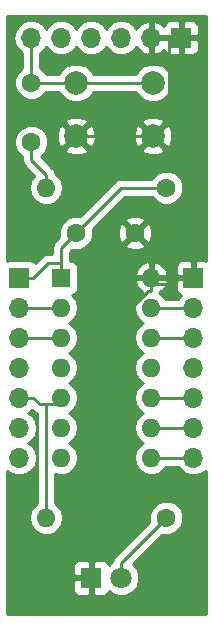
<source format=gbl>
G04 #@! TF.GenerationSoftware,KiCad,Pcbnew,5.0.2+dfsg1-1~bpo9+1*
G04 #@! TF.CreationDate,2019-06-18T09:36:45+01:00*
G04 #@! TF.ProjectId,t84opti,7438346f-7074-4692-9e6b-696361645f70,rev?*
G04 #@! TF.SameCoordinates,Original*
G04 #@! TF.FileFunction,Copper,L2,Bot*
G04 #@! TF.FilePolarity,Positive*
%FSLAX46Y46*%
G04 Gerber Fmt 4.6, Leading zero omitted, Abs format (unit mm)*
G04 Created by KiCad (PCBNEW 5.0.2+dfsg1-1~bpo9+1) date Tue 18 Jun 2019 09:36:45 IST*
%MOMM*%
%LPD*%
G01*
G04 APERTURE LIST*
G04 #@! TA.AperFunction,ComponentPad*
%ADD10C,1.600000*%
G04 #@! TD*
G04 #@! TA.AperFunction,ComponentPad*
%ADD11R,1.800000X1.800000*%
G04 #@! TD*
G04 #@! TA.AperFunction,ComponentPad*
%ADD12C,1.800000*%
G04 #@! TD*
G04 #@! TA.AperFunction,ComponentPad*
%ADD13C,2.000000*%
G04 #@! TD*
G04 #@! TA.AperFunction,ComponentPad*
%ADD14R,1.700000X1.700000*%
G04 #@! TD*
G04 #@! TA.AperFunction,ComponentPad*
%ADD15O,1.700000X1.700000*%
G04 #@! TD*
G04 #@! TA.AperFunction,ComponentPad*
%ADD16R,1.600000X1.600000*%
G04 #@! TD*
G04 #@! TA.AperFunction,ComponentPad*
%ADD17O,1.600000X1.600000*%
G04 #@! TD*
G04 #@! TA.AperFunction,Conductor*
%ADD18C,0.250000*%
G04 #@! TD*
G04 #@! TA.AperFunction,Conductor*
%ADD19C,0.254000*%
G04 #@! TD*
G04 APERTURE END LIST*
D10*
G04 #@! TO.P,C2,1*
G04 #@! TO.N,Net-(C2-Pad1)*
X133350000Y-36830000D03*
G04 #@! TO.P,C2,2*
G04 #@! TO.N,Net-(C2-Pad2)*
X133350000Y-41830000D03*
G04 #@! TD*
G04 #@! TO.P,C1,1*
G04 #@! TO.N,VCC*
X137160000Y-49530000D03*
G04 #@! TO.P,C1,2*
G04 #@! TO.N,GND*
X142160000Y-49530000D03*
G04 #@! TD*
D11*
G04 #@! TO.P,D1,1*
G04 #@! TO.N,GND*
X138430000Y-78740000D03*
D12*
G04 #@! TO.P,D1,2*
G04 #@! TO.N,Net-(D1-Pad2)*
X140970000Y-78740000D03*
G04 #@! TD*
D13*
G04 #@! TO.P,SW1,2*
G04 #@! TO.N,GND*
X137160000Y-41330000D03*
G04 #@! TO.P,SW1,1*
G04 #@! TO.N,Net-(C2-Pad1)*
X137160000Y-36830000D03*
G04 #@! TO.P,SW1,2*
G04 #@! TO.N,GND*
X143660000Y-41330000D03*
G04 #@! TO.P,SW1,1*
G04 #@! TO.N,Net-(C2-Pad1)*
X143660000Y-36830000D03*
G04 #@! TD*
D14*
G04 #@! TO.P,J1,1*
G04 #@! TO.N,GND*
X146050000Y-33020000D03*
D15*
G04 #@! TO.P,J1,2*
X143510000Y-33020000D03*
G04 #@! TO.P,J1,3*
G04 #@! TO.N,VCC*
X140970000Y-33020000D03*
G04 #@! TO.P,J1,4*
G04 #@! TO.N,Net-(J1-Pad4)*
X138430000Y-33020000D03*
G04 #@! TO.P,J1,5*
G04 #@! TO.N,Net-(J1-Pad5)*
X135890000Y-33020000D03*
G04 #@! TO.P,J1,6*
G04 #@! TO.N,Net-(C2-Pad1)*
X133350000Y-33020000D03*
G04 #@! TD*
G04 #@! TO.P,J3,7*
G04 #@! TO.N,Net-(J3-Pad7)*
X147066000Y-68580000D03*
G04 #@! TO.P,J3,6*
G04 #@! TO.N,Net-(J3-Pad6)*
X147066000Y-66040000D03*
G04 #@! TO.P,J3,5*
G04 #@! TO.N,Net-(J3-Pad5)*
X147066000Y-63500000D03*
G04 #@! TO.P,J3,4*
G04 #@! TO.N,Net-(J1-Pad4)*
X147066000Y-60960000D03*
G04 #@! TO.P,J3,3*
G04 #@! TO.N,Net-(J1-Pad5)*
X147066000Y-58420000D03*
G04 #@! TO.P,J3,2*
G04 #@! TO.N,Net-(J3-Pad2)*
X147066000Y-55880000D03*
D14*
G04 #@! TO.P,J3,1*
G04 #@! TO.N,GND*
X147066000Y-53340000D03*
G04 #@! TD*
G04 #@! TO.P,J2,1*
G04 #@! TO.N,VCC*
X132334000Y-53340000D03*
D15*
G04 #@! TO.P,J2,2*
G04 #@! TO.N,Net-(J2-Pad2)*
X132334000Y-55880000D03*
G04 #@! TO.P,J2,3*
G04 #@! TO.N,Net-(J2-Pad3)*
X132334000Y-58420000D03*
G04 #@! TO.P,J2,4*
G04 #@! TO.N,Net-(C2-Pad2)*
X132334000Y-60960000D03*
G04 #@! TO.P,J2,5*
G04 #@! TO.N,Net-(J2-Pad5)*
X132334000Y-63500000D03*
G04 #@! TO.P,J2,6*
G04 #@! TO.N,Net-(J2-Pad6)*
X132334000Y-66040000D03*
G04 #@! TO.P,J2,7*
G04 #@! TO.N,Net-(J2-Pad7)*
X132334000Y-68580000D03*
G04 #@! TD*
D16*
G04 #@! TO.P,U1,1*
G04 #@! TO.N,VCC*
X135890000Y-53340000D03*
D17*
G04 #@! TO.P,U1,8*
G04 #@! TO.N,Net-(J3-Pad7)*
X143510000Y-68580000D03*
G04 #@! TO.P,U1,2*
G04 #@! TO.N,Net-(J2-Pad2)*
X135890000Y-55880000D03*
G04 #@! TO.P,U1,9*
G04 #@! TO.N,Net-(J3-Pad6)*
X143510000Y-66040000D03*
G04 #@! TO.P,U1,3*
G04 #@! TO.N,Net-(J2-Pad3)*
X135890000Y-58420000D03*
G04 #@! TO.P,U1,10*
G04 #@! TO.N,Net-(J3-Pad5)*
X143510000Y-63500000D03*
G04 #@! TO.P,U1,4*
G04 #@! TO.N,Net-(C2-Pad2)*
X135890000Y-60960000D03*
G04 #@! TO.P,U1,11*
G04 #@! TO.N,Net-(J1-Pad4)*
X143510000Y-60960000D03*
G04 #@! TO.P,U1,5*
G04 #@! TO.N,Net-(J2-Pad5)*
X135890000Y-63500000D03*
G04 #@! TO.P,U1,12*
G04 #@! TO.N,Net-(J1-Pad5)*
X143510000Y-58420000D03*
G04 #@! TO.P,U1,6*
G04 #@! TO.N,Net-(J2-Pad6)*
X135890000Y-66040000D03*
G04 #@! TO.P,U1,13*
G04 #@! TO.N,Net-(J3-Pad2)*
X143510000Y-55880000D03*
G04 #@! TO.P,U1,7*
G04 #@! TO.N,Net-(J2-Pad7)*
X135890000Y-68580000D03*
G04 #@! TO.P,U1,14*
G04 #@! TO.N,GND*
X143510000Y-53340000D03*
G04 #@! TD*
G04 #@! TO.P,R2,2*
G04 #@! TO.N,Net-(C2-Pad2)*
X134620000Y-45720000D03*
D10*
G04 #@! TO.P,R2,1*
G04 #@! TO.N,VCC*
X144780000Y-45720000D03*
G04 #@! TD*
G04 #@! TO.P,R1,1*
G04 #@! TO.N,Net-(D1-Pad2)*
X144780000Y-73660000D03*
D17*
G04 #@! TO.P,R1,2*
G04 #@! TO.N,Net-(J2-Pad5)*
X134620000Y-73660000D03*
G04 #@! TD*
D18*
G04 #@! TO.N,Net-(D1-Pad2)*
X144780000Y-73660000D02*
X140970000Y-77470000D01*
X140970000Y-77470000D02*
X140970000Y-78740000D01*
G04 #@! TO.N,Net-(J2-Pad5)*
X132334000Y-63500000D02*
X133509300Y-63500000D01*
X134620000Y-64062600D02*
X134071900Y-64062600D01*
X134071900Y-64062600D02*
X133509300Y-63500000D01*
X135890000Y-63500000D02*
X135890000Y-64062600D01*
X135890000Y-64062600D02*
X134620000Y-64062600D01*
X134620000Y-64062600D02*
X134620000Y-73660000D01*
G04 #@! TO.N,Net-(C2-Pad2)*
X134620000Y-45720000D02*
X134620000Y-44594700D01*
X134620000Y-44594700D02*
X133350000Y-43324700D01*
X133350000Y-43324700D02*
X133350000Y-41830000D01*
G04 #@! TO.N,VCC*
X132334000Y-53340000D02*
X133509300Y-53340000D01*
X135890000Y-52070000D02*
X134779300Y-52070000D01*
X134779300Y-52070000D02*
X133509300Y-53340000D01*
X135890000Y-52070000D02*
X135890000Y-50800000D01*
X135890000Y-50800000D02*
X137160000Y-49530000D01*
X135890000Y-53340000D02*
X135890000Y-52070000D01*
X144780000Y-45720000D02*
X140970000Y-45720000D01*
X140970000Y-45720000D02*
X137160000Y-49530000D01*
G04 #@! TO.N,Net-(J3-Pad7)*
X143510000Y-68580000D02*
X147066000Y-68580000D01*
G04 #@! TO.N,Net-(J2-Pad2)*
X135890000Y-55880000D02*
X132334000Y-55880000D01*
G04 #@! TO.N,Net-(J3-Pad6)*
X143510000Y-66040000D02*
X147066000Y-66040000D01*
G04 #@! TO.N,Net-(J2-Pad3)*
X135890000Y-58420000D02*
X132334000Y-58420000D01*
G04 #@! TO.N,Net-(J3-Pad5)*
X143510000Y-63500000D02*
X147066000Y-63500000D01*
G04 #@! TO.N,Net-(J1-Pad5)*
X143510000Y-58420000D02*
X147066000Y-58420000D01*
G04 #@! TO.N,Net-(J3-Pad2)*
X143510000Y-55880000D02*
X147066000Y-55880000D01*
G04 #@! TO.N,GND*
X147066000Y-53340000D02*
X145890700Y-53340000D01*
X143510000Y-53902600D02*
X145328100Y-53902600D01*
X145328100Y-53902600D02*
X145890700Y-53340000D01*
X143510000Y-53902600D02*
X143510000Y-54465300D01*
X143510000Y-54465300D02*
X143229000Y-54465300D01*
X143229000Y-54465300D02*
X138430000Y-59264000D01*
X138430000Y-59264000D02*
X138430000Y-78740000D01*
X143510000Y-53340000D02*
X143510000Y-53902600D01*
X143510000Y-33020000D02*
X145023000Y-33020000D01*
X145023000Y-33020000D02*
X146050000Y-33020000D01*
X145023000Y-33020000D02*
X145023000Y-39966600D01*
X145023000Y-39966600D02*
X143660000Y-41330000D01*
X137160000Y-41330000D02*
X143660000Y-41330000D01*
G04 #@! TO.N,Net-(C2-Pad1)*
X133350000Y-36830000D02*
X137160000Y-36830000D01*
X137160000Y-36830000D02*
X143660000Y-36830000D01*
X133350000Y-33020000D02*
X133350000Y-36830000D01*
G04 #@! TD*
D19*
G04 #@! TO.N,GND*
G36*
X148134000Y-51892980D02*
X148042309Y-51855000D01*
X147351750Y-51855000D01*
X147193000Y-52013750D01*
X147193000Y-53213000D01*
X147213000Y-53213000D01*
X147213000Y-53467000D01*
X147193000Y-53467000D01*
X147193000Y-53487000D01*
X146939000Y-53487000D01*
X146939000Y-53467000D01*
X145739750Y-53467000D01*
X145581000Y-53625750D01*
X145581000Y-54316310D01*
X145677673Y-54549699D01*
X145856302Y-54728327D01*
X146017033Y-54794904D01*
X145995375Y-54809375D01*
X145787822Y-55120000D01*
X144728043Y-55120000D01*
X144544577Y-54845423D01*
X144160892Y-54589053D01*
X144365134Y-54492389D01*
X144741041Y-54077423D01*
X144901904Y-53689039D01*
X144779915Y-53467000D01*
X143637000Y-53467000D01*
X143637000Y-53487000D01*
X143383000Y-53487000D01*
X143383000Y-53467000D01*
X142240085Y-53467000D01*
X142118096Y-53689039D01*
X142278959Y-54077423D01*
X142654866Y-54492389D01*
X142859108Y-54589053D01*
X142475423Y-54845423D01*
X142158260Y-55320091D01*
X142046887Y-55880000D01*
X142158260Y-56439909D01*
X142475423Y-56914577D01*
X142827758Y-57150000D01*
X142475423Y-57385423D01*
X142158260Y-57860091D01*
X142046887Y-58420000D01*
X142158260Y-58979909D01*
X142475423Y-59454577D01*
X142827758Y-59690000D01*
X142475423Y-59925423D01*
X142158260Y-60400091D01*
X142046887Y-60960000D01*
X142158260Y-61519909D01*
X142475423Y-61994577D01*
X142827758Y-62230000D01*
X142475423Y-62465423D01*
X142158260Y-62940091D01*
X142046887Y-63500000D01*
X142158260Y-64059909D01*
X142475423Y-64534577D01*
X142827758Y-64770000D01*
X142475423Y-65005423D01*
X142158260Y-65480091D01*
X142046887Y-66040000D01*
X142158260Y-66599909D01*
X142475423Y-67074577D01*
X142827758Y-67310000D01*
X142475423Y-67545423D01*
X142158260Y-68020091D01*
X142046887Y-68580000D01*
X142158260Y-69139909D01*
X142475423Y-69614577D01*
X142950091Y-69931740D01*
X143368667Y-70015000D01*
X143651333Y-70015000D01*
X144069909Y-69931740D01*
X144544577Y-69614577D01*
X144728043Y-69340000D01*
X145787822Y-69340000D01*
X145995375Y-69650625D01*
X146486582Y-69978839D01*
X146919744Y-70065000D01*
X147212256Y-70065000D01*
X147645418Y-69978839D01*
X148134001Y-69652378D01*
X148134001Y-81840000D01*
X131266000Y-81840000D01*
X131266000Y-79025750D01*
X136895000Y-79025750D01*
X136895000Y-79766310D01*
X136991673Y-79999699D01*
X137170302Y-80178327D01*
X137403691Y-80275000D01*
X138144250Y-80275000D01*
X138303000Y-80116250D01*
X138303000Y-78867000D01*
X137053750Y-78867000D01*
X136895000Y-79025750D01*
X131266000Y-79025750D01*
X131266000Y-77713690D01*
X136895000Y-77713690D01*
X136895000Y-78454250D01*
X137053750Y-78613000D01*
X138303000Y-78613000D01*
X138303000Y-77363750D01*
X138557000Y-77363750D01*
X138557000Y-78613000D01*
X138577000Y-78613000D01*
X138577000Y-78867000D01*
X138557000Y-78867000D01*
X138557000Y-80116250D01*
X138715750Y-80275000D01*
X139456309Y-80275000D01*
X139689698Y-80178327D01*
X139868327Y-79999699D01*
X139924139Y-79864956D01*
X140100493Y-80041310D01*
X140664670Y-80275000D01*
X141275330Y-80275000D01*
X141839507Y-80041310D01*
X142271310Y-79609507D01*
X142505000Y-79045330D01*
X142505000Y-78434670D01*
X142271310Y-77870493D01*
X141957809Y-77556992D01*
X144441698Y-75073104D01*
X144494561Y-75095000D01*
X145065439Y-75095000D01*
X145592862Y-74876534D01*
X145996534Y-74472862D01*
X146215000Y-73945439D01*
X146215000Y-73374561D01*
X145996534Y-72847138D01*
X145592862Y-72443466D01*
X145065439Y-72225000D01*
X144494561Y-72225000D01*
X143967138Y-72443466D01*
X143563466Y-72847138D01*
X143345000Y-73374561D01*
X143345000Y-73945439D01*
X143366896Y-73998302D01*
X140485530Y-76879669D01*
X140422071Y-76922071D01*
X140254096Y-77173464D01*
X140210394Y-77393167D01*
X140100493Y-77438690D01*
X139924139Y-77615044D01*
X139868327Y-77480301D01*
X139689698Y-77301673D01*
X139456309Y-77205000D01*
X138715750Y-77205000D01*
X138557000Y-77363750D01*
X138303000Y-77363750D01*
X138144250Y-77205000D01*
X137403691Y-77205000D01*
X137170302Y-77301673D01*
X136991673Y-77480301D01*
X136895000Y-77713690D01*
X131266000Y-77713690D01*
X131266000Y-69652379D01*
X131754582Y-69978839D01*
X132187744Y-70065000D01*
X132480256Y-70065000D01*
X132913418Y-69978839D01*
X133404625Y-69650625D01*
X133732839Y-69159418D01*
X133848092Y-68580000D01*
X133732839Y-68000582D01*
X133404625Y-67509375D01*
X133106239Y-67310000D01*
X133404625Y-67110625D01*
X133732839Y-66619418D01*
X133848092Y-66040000D01*
X133732839Y-65460582D01*
X133404625Y-64969375D01*
X133106239Y-64770000D01*
X133404625Y-64570625D01*
X133444879Y-64510381D01*
X133481571Y-64547073D01*
X133523971Y-64610529D01*
X133775363Y-64778504D01*
X133860000Y-64795339D01*
X133860001Y-72441956D01*
X133585423Y-72625423D01*
X133268260Y-73100091D01*
X133156887Y-73660000D01*
X133268260Y-74219909D01*
X133585423Y-74694577D01*
X134060091Y-75011740D01*
X134478667Y-75095000D01*
X134761333Y-75095000D01*
X135179909Y-75011740D01*
X135654577Y-74694577D01*
X135971740Y-74219909D01*
X136083113Y-73660000D01*
X135971740Y-73100091D01*
X135654577Y-72625423D01*
X135380000Y-72441957D01*
X135380000Y-69941668D01*
X135748667Y-70015000D01*
X136031333Y-70015000D01*
X136449909Y-69931740D01*
X136924577Y-69614577D01*
X137241740Y-69139909D01*
X137353113Y-68580000D01*
X137241740Y-68020091D01*
X136924577Y-67545423D01*
X136572242Y-67310000D01*
X136924577Y-67074577D01*
X137241740Y-66599909D01*
X137353113Y-66040000D01*
X137241740Y-65480091D01*
X136924577Y-65005423D01*
X136572242Y-64770000D01*
X136924577Y-64534577D01*
X137241740Y-64059909D01*
X137353113Y-63500000D01*
X137241740Y-62940091D01*
X136924577Y-62465423D01*
X136572242Y-62230000D01*
X136924577Y-61994577D01*
X137241740Y-61519909D01*
X137353113Y-60960000D01*
X137241740Y-60400091D01*
X136924577Y-59925423D01*
X136572242Y-59690000D01*
X136924577Y-59454577D01*
X137241740Y-58979909D01*
X137353113Y-58420000D01*
X137241740Y-57860091D01*
X136924577Y-57385423D01*
X136572242Y-57150000D01*
X136924577Y-56914577D01*
X137241740Y-56439909D01*
X137353113Y-55880000D01*
X137241740Y-55320091D01*
X136924577Y-54845423D01*
X136803894Y-54764785D01*
X136937765Y-54738157D01*
X137147809Y-54597809D01*
X137288157Y-54387765D01*
X137337440Y-54140000D01*
X137337440Y-52990961D01*
X142118096Y-52990961D01*
X142240085Y-53213000D01*
X143383000Y-53213000D01*
X143383000Y-52069371D01*
X143637000Y-52069371D01*
X143637000Y-53213000D01*
X144779915Y-53213000D01*
X144901904Y-52990961D01*
X144741041Y-52602577D01*
X144524640Y-52363690D01*
X145581000Y-52363690D01*
X145581000Y-53054250D01*
X145739750Y-53213000D01*
X146939000Y-53213000D01*
X146939000Y-52013750D01*
X146780250Y-51855000D01*
X146089691Y-51855000D01*
X145856302Y-51951673D01*
X145677673Y-52130301D01*
X145581000Y-52363690D01*
X144524640Y-52363690D01*
X144365134Y-52187611D01*
X143859041Y-51948086D01*
X143637000Y-52069371D01*
X143383000Y-52069371D01*
X143160959Y-51948086D01*
X142654866Y-52187611D01*
X142278959Y-52602577D01*
X142118096Y-52990961D01*
X137337440Y-52990961D01*
X137337440Y-52540000D01*
X137288157Y-52292235D01*
X137147809Y-52082191D01*
X136937765Y-51941843D01*
X136690000Y-51892560D01*
X136650000Y-51892560D01*
X136650000Y-51114801D01*
X136821698Y-50943103D01*
X136874561Y-50965000D01*
X137445439Y-50965000D01*
X137972862Y-50746534D01*
X138181651Y-50537745D01*
X141331861Y-50537745D01*
X141405995Y-50783864D01*
X141943223Y-50976965D01*
X142513454Y-50949778D01*
X142914005Y-50783864D01*
X142988139Y-50537745D01*
X142160000Y-49709605D01*
X141331861Y-50537745D01*
X138181651Y-50537745D01*
X138376534Y-50342862D01*
X138595000Y-49815439D01*
X138595000Y-49313223D01*
X140713035Y-49313223D01*
X140740222Y-49883454D01*
X140906136Y-50284005D01*
X141152255Y-50358139D01*
X141980395Y-49530000D01*
X142339605Y-49530000D01*
X143167745Y-50358139D01*
X143413864Y-50284005D01*
X143606965Y-49746777D01*
X143579778Y-49176546D01*
X143413864Y-48775995D01*
X143167745Y-48701861D01*
X142339605Y-49530000D01*
X141980395Y-49530000D01*
X141152255Y-48701861D01*
X140906136Y-48775995D01*
X140713035Y-49313223D01*
X138595000Y-49313223D01*
X138595000Y-49244561D01*
X138573103Y-49191698D01*
X139242546Y-48522255D01*
X141331861Y-48522255D01*
X142160000Y-49350395D01*
X142988139Y-48522255D01*
X142914005Y-48276136D01*
X142376777Y-48083035D01*
X141806546Y-48110222D01*
X141405995Y-48276136D01*
X141331861Y-48522255D01*
X139242546Y-48522255D01*
X141284802Y-46480000D01*
X143541570Y-46480000D01*
X143563466Y-46532862D01*
X143967138Y-46936534D01*
X144494561Y-47155000D01*
X145065439Y-47155000D01*
X145592862Y-46936534D01*
X145996534Y-46532862D01*
X146215000Y-46005439D01*
X146215000Y-45434561D01*
X145996534Y-44907138D01*
X145592862Y-44503466D01*
X145065439Y-44285000D01*
X144494561Y-44285000D01*
X143967138Y-44503466D01*
X143563466Y-44907138D01*
X143541570Y-44960000D01*
X141044848Y-44960000D01*
X140970000Y-44945112D01*
X140895152Y-44960000D01*
X140895148Y-44960000D01*
X140721605Y-44994520D01*
X140673462Y-45004096D01*
X140486418Y-45129076D01*
X140422071Y-45172071D01*
X140379671Y-45235527D01*
X137498302Y-48116897D01*
X137445439Y-48095000D01*
X136874561Y-48095000D01*
X136347138Y-48313466D01*
X135943466Y-48717138D01*
X135725000Y-49244561D01*
X135725000Y-49815439D01*
X135746897Y-49868302D01*
X135405528Y-50209671D01*
X135342072Y-50252071D01*
X135299672Y-50315527D01*
X135299671Y-50315528D01*
X135174097Y-50503463D01*
X135115112Y-50800000D01*
X135130001Y-50874851D01*
X135130001Y-51310000D01*
X134854146Y-51310000D01*
X134779299Y-51295112D01*
X134704452Y-51310000D01*
X134704448Y-51310000D01*
X134482763Y-51354096D01*
X134231371Y-51522071D01*
X134188971Y-51585527D01*
X133682063Y-52092435D01*
X133641809Y-52032191D01*
X133431765Y-51891843D01*
X133184000Y-51842560D01*
X131484000Y-51842560D01*
X131266000Y-51885922D01*
X131266000Y-41544561D01*
X131915000Y-41544561D01*
X131915000Y-42115439D01*
X132133466Y-42642862D01*
X132537138Y-43046534D01*
X132590000Y-43068430D01*
X132590000Y-43249853D01*
X132575112Y-43324700D01*
X132590000Y-43399547D01*
X132590000Y-43399551D01*
X132634096Y-43621236D01*
X132802071Y-43872629D01*
X132865530Y-43915031D01*
X133615695Y-44665196D01*
X133585423Y-44685423D01*
X133268260Y-45160091D01*
X133156887Y-45720000D01*
X133268260Y-46279909D01*
X133585423Y-46754577D01*
X134060091Y-47071740D01*
X134478667Y-47155000D01*
X134761333Y-47155000D01*
X135179909Y-47071740D01*
X135654577Y-46754577D01*
X135971740Y-46279909D01*
X136083113Y-45720000D01*
X135971740Y-45160091D01*
X135654577Y-44685423D01*
X135375896Y-44499214D01*
X135335904Y-44298163D01*
X135167929Y-44046771D01*
X135104473Y-44004371D01*
X134151388Y-43051287D01*
X134162862Y-43046534D01*
X134566534Y-42642862D01*
X134632944Y-42482532D01*
X136187073Y-42482532D01*
X136285736Y-42749387D01*
X136895461Y-42975908D01*
X137545460Y-42951856D01*
X138034264Y-42749387D01*
X138132927Y-42482532D01*
X142687073Y-42482532D01*
X142785736Y-42749387D01*
X143395461Y-42975908D01*
X144045460Y-42951856D01*
X144534264Y-42749387D01*
X144632927Y-42482532D01*
X143660000Y-41509605D01*
X142687073Y-42482532D01*
X138132927Y-42482532D01*
X137160000Y-41509605D01*
X136187073Y-42482532D01*
X134632944Y-42482532D01*
X134785000Y-42115439D01*
X134785000Y-41544561D01*
X134586551Y-41065461D01*
X135514092Y-41065461D01*
X135538144Y-41715460D01*
X135740613Y-42204264D01*
X136007468Y-42302927D01*
X136980395Y-41330000D01*
X137339605Y-41330000D01*
X138312532Y-42302927D01*
X138579387Y-42204264D01*
X138805908Y-41594539D01*
X138786331Y-41065461D01*
X142014092Y-41065461D01*
X142038144Y-41715460D01*
X142240613Y-42204264D01*
X142507468Y-42302927D01*
X143480395Y-41330000D01*
X143839605Y-41330000D01*
X144812532Y-42302927D01*
X145079387Y-42204264D01*
X145305908Y-41594539D01*
X145281856Y-40944540D01*
X145079387Y-40455736D01*
X144812532Y-40357073D01*
X143839605Y-41330000D01*
X143480395Y-41330000D01*
X142507468Y-40357073D01*
X142240613Y-40455736D01*
X142014092Y-41065461D01*
X138786331Y-41065461D01*
X138781856Y-40944540D01*
X138579387Y-40455736D01*
X138312532Y-40357073D01*
X137339605Y-41330000D01*
X136980395Y-41330000D01*
X136007468Y-40357073D01*
X135740613Y-40455736D01*
X135514092Y-41065461D01*
X134586551Y-41065461D01*
X134566534Y-41017138D01*
X134162862Y-40613466D01*
X133635439Y-40395000D01*
X133064561Y-40395000D01*
X132537138Y-40613466D01*
X132133466Y-41017138D01*
X131915000Y-41544561D01*
X131266000Y-41544561D01*
X131266000Y-40177468D01*
X136187073Y-40177468D01*
X137160000Y-41150395D01*
X138132927Y-40177468D01*
X142687073Y-40177468D01*
X143660000Y-41150395D01*
X144632927Y-40177468D01*
X144534264Y-39910613D01*
X143924539Y-39684092D01*
X143274540Y-39708144D01*
X142785736Y-39910613D01*
X142687073Y-40177468D01*
X138132927Y-40177468D01*
X138034264Y-39910613D01*
X137424539Y-39684092D01*
X136774540Y-39708144D01*
X136285736Y-39910613D01*
X136187073Y-40177468D01*
X131266000Y-40177468D01*
X131266000Y-33020000D01*
X131835908Y-33020000D01*
X131951161Y-33599418D01*
X132279375Y-34090625D01*
X132590000Y-34298178D01*
X132590001Y-35591570D01*
X132537138Y-35613466D01*
X132133466Y-36017138D01*
X131915000Y-36544561D01*
X131915000Y-37115439D01*
X132133466Y-37642862D01*
X132537138Y-38046534D01*
X133064561Y-38265000D01*
X133635439Y-38265000D01*
X134162862Y-38046534D01*
X134566534Y-37642862D01*
X134588430Y-37590000D01*
X135705091Y-37590000D01*
X135773914Y-37756153D01*
X136233847Y-38216086D01*
X136834778Y-38465000D01*
X137485222Y-38465000D01*
X138086153Y-38216086D01*
X138546086Y-37756153D01*
X138614909Y-37590000D01*
X142205091Y-37590000D01*
X142273914Y-37756153D01*
X142733847Y-38216086D01*
X143334778Y-38465000D01*
X143985222Y-38465000D01*
X144586153Y-38216086D01*
X145046086Y-37756153D01*
X145295000Y-37155222D01*
X145295000Y-36504778D01*
X145046086Y-35903847D01*
X144586153Y-35443914D01*
X143985222Y-35195000D01*
X143334778Y-35195000D01*
X142733847Y-35443914D01*
X142273914Y-35903847D01*
X142205091Y-36070000D01*
X138614909Y-36070000D01*
X138546086Y-35903847D01*
X138086153Y-35443914D01*
X137485222Y-35195000D01*
X136834778Y-35195000D01*
X136233847Y-35443914D01*
X135773914Y-35903847D01*
X135705091Y-36070000D01*
X134588430Y-36070000D01*
X134566534Y-36017138D01*
X134162862Y-35613466D01*
X134110000Y-35591570D01*
X134110000Y-34298178D01*
X134420625Y-34090625D01*
X134620000Y-33792239D01*
X134819375Y-34090625D01*
X135310582Y-34418839D01*
X135743744Y-34505000D01*
X136036256Y-34505000D01*
X136469418Y-34418839D01*
X136960625Y-34090625D01*
X137160000Y-33792239D01*
X137359375Y-34090625D01*
X137850582Y-34418839D01*
X138283744Y-34505000D01*
X138576256Y-34505000D01*
X139009418Y-34418839D01*
X139500625Y-34090625D01*
X139700000Y-33792239D01*
X139899375Y-34090625D01*
X140390582Y-34418839D01*
X140823744Y-34505000D01*
X141116256Y-34505000D01*
X141549418Y-34418839D01*
X142040625Y-34090625D01*
X142253843Y-33771522D01*
X142314817Y-33901358D01*
X142743076Y-34291645D01*
X143153110Y-34461476D01*
X143383000Y-34340155D01*
X143383000Y-33147000D01*
X143637000Y-33147000D01*
X143637000Y-34340155D01*
X143866890Y-34461476D01*
X144276924Y-34291645D01*
X144574864Y-34020122D01*
X144661673Y-34229698D01*
X144840301Y-34408327D01*
X145073690Y-34505000D01*
X145764250Y-34505000D01*
X145923000Y-34346250D01*
X145923000Y-33147000D01*
X146177000Y-33147000D01*
X146177000Y-34346250D01*
X146335750Y-34505000D01*
X147026310Y-34505000D01*
X147259699Y-34408327D01*
X147438327Y-34229698D01*
X147535000Y-33996309D01*
X147535000Y-33305750D01*
X147376250Y-33147000D01*
X146177000Y-33147000D01*
X145923000Y-33147000D01*
X143637000Y-33147000D01*
X143383000Y-33147000D01*
X143363000Y-33147000D01*
X143363000Y-32893000D01*
X143383000Y-32893000D01*
X143383000Y-31699845D01*
X143637000Y-31699845D01*
X143637000Y-32893000D01*
X145923000Y-32893000D01*
X145923000Y-31693750D01*
X146177000Y-31693750D01*
X146177000Y-32893000D01*
X147376250Y-32893000D01*
X147535000Y-32734250D01*
X147535000Y-32043691D01*
X147438327Y-31810302D01*
X147259699Y-31631673D01*
X147026310Y-31535000D01*
X146335750Y-31535000D01*
X146177000Y-31693750D01*
X145923000Y-31693750D01*
X145764250Y-31535000D01*
X145073690Y-31535000D01*
X144840301Y-31631673D01*
X144661673Y-31810302D01*
X144574864Y-32019878D01*
X144276924Y-31748355D01*
X143866890Y-31578524D01*
X143637000Y-31699845D01*
X143383000Y-31699845D01*
X143153110Y-31578524D01*
X142743076Y-31748355D01*
X142314817Y-32138642D01*
X142253843Y-32268478D01*
X142040625Y-31949375D01*
X141549418Y-31621161D01*
X141116256Y-31535000D01*
X140823744Y-31535000D01*
X140390582Y-31621161D01*
X139899375Y-31949375D01*
X139700000Y-32247761D01*
X139500625Y-31949375D01*
X139009418Y-31621161D01*
X138576256Y-31535000D01*
X138283744Y-31535000D01*
X137850582Y-31621161D01*
X137359375Y-31949375D01*
X137160000Y-32247761D01*
X136960625Y-31949375D01*
X136469418Y-31621161D01*
X136036256Y-31535000D01*
X135743744Y-31535000D01*
X135310582Y-31621161D01*
X134819375Y-31949375D01*
X134620000Y-32247761D01*
X134420625Y-31949375D01*
X133929418Y-31621161D01*
X133496256Y-31535000D01*
X133203744Y-31535000D01*
X132770582Y-31621161D01*
X132279375Y-31949375D01*
X131951161Y-32440582D01*
X131835908Y-33020000D01*
X131266000Y-33020000D01*
X131266000Y-31190000D01*
X148134000Y-31190000D01*
X148134000Y-51892980D01*
X148134000Y-51892980D01*
G37*
X148134000Y-51892980D02*
X148042309Y-51855000D01*
X147351750Y-51855000D01*
X147193000Y-52013750D01*
X147193000Y-53213000D01*
X147213000Y-53213000D01*
X147213000Y-53467000D01*
X147193000Y-53467000D01*
X147193000Y-53487000D01*
X146939000Y-53487000D01*
X146939000Y-53467000D01*
X145739750Y-53467000D01*
X145581000Y-53625750D01*
X145581000Y-54316310D01*
X145677673Y-54549699D01*
X145856302Y-54728327D01*
X146017033Y-54794904D01*
X145995375Y-54809375D01*
X145787822Y-55120000D01*
X144728043Y-55120000D01*
X144544577Y-54845423D01*
X144160892Y-54589053D01*
X144365134Y-54492389D01*
X144741041Y-54077423D01*
X144901904Y-53689039D01*
X144779915Y-53467000D01*
X143637000Y-53467000D01*
X143637000Y-53487000D01*
X143383000Y-53487000D01*
X143383000Y-53467000D01*
X142240085Y-53467000D01*
X142118096Y-53689039D01*
X142278959Y-54077423D01*
X142654866Y-54492389D01*
X142859108Y-54589053D01*
X142475423Y-54845423D01*
X142158260Y-55320091D01*
X142046887Y-55880000D01*
X142158260Y-56439909D01*
X142475423Y-56914577D01*
X142827758Y-57150000D01*
X142475423Y-57385423D01*
X142158260Y-57860091D01*
X142046887Y-58420000D01*
X142158260Y-58979909D01*
X142475423Y-59454577D01*
X142827758Y-59690000D01*
X142475423Y-59925423D01*
X142158260Y-60400091D01*
X142046887Y-60960000D01*
X142158260Y-61519909D01*
X142475423Y-61994577D01*
X142827758Y-62230000D01*
X142475423Y-62465423D01*
X142158260Y-62940091D01*
X142046887Y-63500000D01*
X142158260Y-64059909D01*
X142475423Y-64534577D01*
X142827758Y-64770000D01*
X142475423Y-65005423D01*
X142158260Y-65480091D01*
X142046887Y-66040000D01*
X142158260Y-66599909D01*
X142475423Y-67074577D01*
X142827758Y-67310000D01*
X142475423Y-67545423D01*
X142158260Y-68020091D01*
X142046887Y-68580000D01*
X142158260Y-69139909D01*
X142475423Y-69614577D01*
X142950091Y-69931740D01*
X143368667Y-70015000D01*
X143651333Y-70015000D01*
X144069909Y-69931740D01*
X144544577Y-69614577D01*
X144728043Y-69340000D01*
X145787822Y-69340000D01*
X145995375Y-69650625D01*
X146486582Y-69978839D01*
X146919744Y-70065000D01*
X147212256Y-70065000D01*
X147645418Y-69978839D01*
X148134001Y-69652378D01*
X148134001Y-81840000D01*
X131266000Y-81840000D01*
X131266000Y-79025750D01*
X136895000Y-79025750D01*
X136895000Y-79766310D01*
X136991673Y-79999699D01*
X137170302Y-80178327D01*
X137403691Y-80275000D01*
X138144250Y-80275000D01*
X138303000Y-80116250D01*
X138303000Y-78867000D01*
X137053750Y-78867000D01*
X136895000Y-79025750D01*
X131266000Y-79025750D01*
X131266000Y-77713690D01*
X136895000Y-77713690D01*
X136895000Y-78454250D01*
X137053750Y-78613000D01*
X138303000Y-78613000D01*
X138303000Y-77363750D01*
X138557000Y-77363750D01*
X138557000Y-78613000D01*
X138577000Y-78613000D01*
X138577000Y-78867000D01*
X138557000Y-78867000D01*
X138557000Y-80116250D01*
X138715750Y-80275000D01*
X139456309Y-80275000D01*
X139689698Y-80178327D01*
X139868327Y-79999699D01*
X139924139Y-79864956D01*
X140100493Y-80041310D01*
X140664670Y-80275000D01*
X141275330Y-80275000D01*
X141839507Y-80041310D01*
X142271310Y-79609507D01*
X142505000Y-79045330D01*
X142505000Y-78434670D01*
X142271310Y-77870493D01*
X141957809Y-77556992D01*
X144441698Y-75073104D01*
X144494561Y-75095000D01*
X145065439Y-75095000D01*
X145592862Y-74876534D01*
X145996534Y-74472862D01*
X146215000Y-73945439D01*
X146215000Y-73374561D01*
X145996534Y-72847138D01*
X145592862Y-72443466D01*
X145065439Y-72225000D01*
X144494561Y-72225000D01*
X143967138Y-72443466D01*
X143563466Y-72847138D01*
X143345000Y-73374561D01*
X143345000Y-73945439D01*
X143366896Y-73998302D01*
X140485530Y-76879669D01*
X140422071Y-76922071D01*
X140254096Y-77173464D01*
X140210394Y-77393167D01*
X140100493Y-77438690D01*
X139924139Y-77615044D01*
X139868327Y-77480301D01*
X139689698Y-77301673D01*
X139456309Y-77205000D01*
X138715750Y-77205000D01*
X138557000Y-77363750D01*
X138303000Y-77363750D01*
X138144250Y-77205000D01*
X137403691Y-77205000D01*
X137170302Y-77301673D01*
X136991673Y-77480301D01*
X136895000Y-77713690D01*
X131266000Y-77713690D01*
X131266000Y-69652379D01*
X131754582Y-69978839D01*
X132187744Y-70065000D01*
X132480256Y-70065000D01*
X132913418Y-69978839D01*
X133404625Y-69650625D01*
X133732839Y-69159418D01*
X133848092Y-68580000D01*
X133732839Y-68000582D01*
X133404625Y-67509375D01*
X133106239Y-67310000D01*
X133404625Y-67110625D01*
X133732839Y-66619418D01*
X133848092Y-66040000D01*
X133732839Y-65460582D01*
X133404625Y-64969375D01*
X133106239Y-64770000D01*
X133404625Y-64570625D01*
X133444879Y-64510381D01*
X133481571Y-64547073D01*
X133523971Y-64610529D01*
X133775363Y-64778504D01*
X133860000Y-64795339D01*
X133860001Y-72441956D01*
X133585423Y-72625423D01*
X133268260Y-73100091D01*
X133156887Y-73660000D01*
X133268260Y-74219909D01*
X133585423Y-74694577D01*
X134060091Y-75011740D01*
X134478667Y-75095000D01*
X134761333Y-75095000D01*
X135179909Y-75011740D01*
X135654577Y-74694577D01*
X135971740Y-74219909D01*
X136083113Y-73660000D01*
X135971740Y-73100091D01*
X135654577Y-72625423D01*
X135380000Y-72441957D01*
X135380000Y-69941668D01*
X135748667Y-70015000D01*
X136031333Y-70015000D01*
X136449909Y-69931740D01*
X136924577Y-69614577D01*
X137241740Y-69139909D01*
X137353113Y-68580000D01*
X137241740Y-68020091D01*
X136924577Y-67545423D01*
X136572242Y-67310000D01*
X136924577Y-67074577D01*
X137241740Y-66599909D01*
X137353113Y-66040000D01*
X137241740Y-65480091D01*
X136924577Y-65005423D01*
X136572242Y-64770000D01*
X136924577Y-64534577D01*
X137241740Y-64059909D01*
X137353113Y-63500000D01*
X137241740Y-62940091D01*
X136924577Y-62465423D01*
X136572242Y-62230000D01*
X136924577Y-61994577D01*
X137241740Y-61519909D01*
X137353113Y-60960000D01*
X137241740Y-60400091D01*
X136924577Y-59925423D01*
X136572242Y-59690000D01*
X136924577Y-59454577D01*
X137241740Y-58979909D01*
X137353113Y-58420000D01*
X137241740Y-57860091D01*
X136924577Y-57385423D01*
X136572242Y-57150000D01*
X136924577Y-56914577D01*
X137241740Y-56439909D01*
X137353113Y-55880000D01*
X137241740Y-55320091D01*
X136924577Y-54845423D01*
X136803894Y-54764785D01*
X136937765Y-54738157D01*
X137147809Y-54597809D01*
X137288157Y-54387765D01*
X137337440Y-54140000D01*
X137337440Y-52990961D01*
X142118096Y-52990961D01*
X142240085Y-53213000D01*
X143383000Y-53213000D01*
X143383000Y-52069371D01*
X143637000Y-52069371D01*
X143637000Y-53213000D01*
X144779915Y-53213000D01*
X144901904Y-52990961D01*
X144741041Y-52602577D01*
X144524640Y-52363690D01*
X145581000Y-52363690D01*
X145581000Y-53054250D01*
X145739750Y-53213000D01*
X146939000Y-53213000D01*
X146939000Y-52013750D01*
X146780250Y-51855000D01*
X146089691Y-51855000D01*
X145856302Y-51951673D01*
X145677673Y-52130301D01*
X145581000Y-52363690D01*
X144524640Y-52363690D01*
X144365134Y-52187611D01*
X143859041Y-51948086D01*
X143637000Y-52069371D01*
X143383000Y-52069371D01*
X143160959Y-51948086D01*
X142654866Y-52187611D01*
X142278959Y-52602577D01*
X142118096Y-52990961D01*
X137337440Y-52990961D01*
X137337440Y-52540000D01*
X137288157Y-52292235D01*
X137147809Y-52082191D01*
X136937765Y-51941843D01*
X136690000Y-51892560D01*
X136650000Y-51892560D01*
X136650000Y-51114801D01*
X136821698Y-50943103D01*
X136874561Y-50965000D01*
X137445439Y-50965000D01*
X137972862Y-50746534D01*
X138181651Y-50537745D01*
X141331861Y-50537745D01*
X141405995Y-50783864D01*
X141943223Y-50976965D01*
X142513454Y-50949778D01*
X142914005Y-50783864D01*
X142988139Y-50537745D01*
X142160000Y-49709605D01*
X141331861Y-50537745D01*
X138181651Y-50537745D01*
X138376534Y-50342862D01*
X138595000Y-49815439D01*
X138595000Y-49313223D01*
X140713035Y-49313223D01*
X140740222Y-49883454D01*
X140906136Y-50284005D01*
X141152255Y-50358139D01*
X141980395Y-49530000D01*
X142339605Y-49530000D01*
X143167745Y-50358139D01*
X143413864Y-50284005D01*
X143606965Y-49746777D01*
X143579778Y-49176546D01*
X143413864Y-48775995D01*
X143167745Y-48701861D01*
X142339605Y-49530000D01*
X141980395Y-49530000D01*
X141152255Y-48701861D01*
X140906136Y-48775995D01*
X140713035Y-49313223D01*
X138595000Y-49313223D01*
X138595000Y-49244561D01*
X138573103Y-49191698D01*
X139242546Y-48522255D01*
X141331861Y-48522255D01*
X142160000Y-49350395D01*
X142988139Y-48522255D01*
X142914005Y-48276136D01*
X142376777Y-48083035D01*
X141806546Y-48110222D01*
X141405995Y-48276136D01*
X141331861Y-48522255D01*
X139242546Y-48522255D01*
X141284802Y-46480000D01*
X143541570Y-46480000D01*
X143563466Y-46532862D01*
X143967138Y-46936534D01*
X144494561Y-47155000D01*
X145065439Y-47155000D01*
X145592862Y-46936534D01*
X145996534Y-46532862D01*
X146215000Y-46005439D01*
X146215000Y-45434561D01*
X145996534Y-44907138D01*
X145592862Y-44503466D01*
X145065439Y-44285000D01*
X144494561Y-44285000D01*
X143967138Y-44503466D01*
X143563466Y-44907138D01*
X143541570Y-44960000D01*
X141044848Y-44960000D01*
X140970000Y-44945112D01*
X140895152Y-44960000D01*
X140895148Y-44960000D01*
X140721605Y-44994520D01*
X140673462Y-45004096D01*
X140486418Y-45129076D01*
X140422071Y-45172071D01*
X140379671Y-45235527D01*
X137498302Y-48116897D01*
X137445439Y-48095000D01*
X136874561Y-48095000D01*
X136347138Y-48313466D01*
X135943466Y-48717138D01*
X135725000Y-49244561D01*
X135725000Y-49815439D01*
X135746897Y-49868302D01*
X135405528Y-50209671D01*
X135342072Y-50252071D01*
X135299672Y-50315527D01*
X135299671Y-50315528D01*
X135174097Y-50503463D01*
X135115112Y-50800000D01*
X135130001Y-50874851D01*
X135130001Y-51310000D01*
X134854146Y-51310000D01*
X134779299Y-51295112D01*
X134704452Y-51310000D01*
X134704448Y-51310000D01*
X134482763Y-51354096D01*
X134231371Y-51522071D01*
X134188971Y-51585527D01*
X133682063Y-52092435D01*
X133641809Y-52032191D01*
X133431765Y-51891843D01*
X133184000Y-51842560D01*
X131484000Y-51842560D01*
X131266000Y-51885922D01*
X131266000Y-41544561D01*
X131915000Y-41544561D01*
X131915000Y-42115439D01*
X132133466Y-42642862D01*
X132537138Y-43046534D01*
X132590000Y-43068430D01*
X132590000Y-43249853D01*
X132575112Y-43324700D01*
X132590000Y-43399547D01*
X132590000Y-43399551D01*
X132634096Y-43621236D01*
X132802071Y-43872629D01*
X132865530Y-43915031D01*
X133615695Y-44665196D01*
X133585423Y-44685423D01*
X133268260Y-45160091D01*
X133156887Y-45720000D01*
X133268260Y-46279909D01*
X133585423Y-46754577D01*
X134060091Y-47071740D01*
X134478667Y-47155000D01*
X134761333Y-47155000D01*
X135179909Y-47071740D01*
X135654577Y-46754577D01*
X135971740Y-46279909D01*
X136083113Y-45720000D01*
X135971740Y-45160091D01*
X135654577Y-44685423D01*
X135375896Y-44499214D01*
X135335904Y-44298163D01*
X135167929Y-44046771D01*
X135104473Y-44004371D01*
X134151388Y-43051287D01*
X134162862Y-43046534D01*
X134566534Y-42642862D01*
X134632944Y-42482532D01*
X136187073Y-42482532D01*
X136285736Y-42749387D01*
X136895461Y-42975908D01*
X137545460Y-42951856D01*
X138034264Y-42749387D01*
X138132927Y-42482532D01*
X142687073Y-42482532D01*
X142785736Y-42749387D01*
X143395461Y-42975908D01*
X144045460Y-42951856D01*
X144534264Y-42749387D01*
X144632927Y-42482532D01*
X143660000Y-41509605D01*
X142687073Y-42482532D01*
X138132927Y-42482532D01*
X137160000Y-41509605D01*
X136187073Y-42482532D01*
X134632944Y-42482532D01*
X134785000Y-42115439D01*
X134785000Y-41544561D01*
X134586551Y-41065461D01*
X135514092Y-41065461D01*
X135538144Y-41715460D01*
X135740613Y-42204264D01*
X136007468Y-42302927D01*
X136980395Y-41330000D01*
X137339605Y-41330000D01*
X138312532Y-42302927D01*
X138579387Y-42204264D01*
X138805908Y-41594539D01*
X138786331Y-41065461D01*
X142014092Y-41065461D01*
X142038144Y-41715460D01*
X142240613Y-42204264D01*
X142507468Y-42302927D01*
X143480395Y-41330000D01*
X143839605Y-41330000D01*
X144812532Y-42302927D01*
X145079387Y-42204264D01*
X145305908Y-41594539D01*
X145281856Y-40944540D01*
X145079387Y-40455736D01*
X144812532Y-40357073D01*
X143839605Y-41330000D01*
X143480395Y-41330000D01*
X142507468Y-40357073D01*
X142240613Y-40455736D01*
X142014092Y-41065461D01*
X138786331Y-41065461D01*
X138781856Y-40944540D01*
X138579387Y-40455736D01*
X138312532Y-40357073D01*
X137339605Y-41330000D01*
X136980395Y-41330000D01*
X136007468Y-40357073D01*
X135740613Y-40455736D01*
X135514092Y-41065461D01*
X134586551Y-41065461D01*
X134566534Y-41017138D01*
X134162862Y-40613466D01*
X133635439Y-40395000D01*
X133064561Y-40395000D01*
X132537138Y-40613466D01*
X132133466Y-41017138D01*
X131915000Y-41544561D01*
X131266000Y-41544561D01*
X131266000Y-40177468D01*
X136187073Y-40177468D01*
X137160000Y-41150395D01*
X138132927Y-40177468D01*
X142687073Y-40177468D01*
X143660000Y-41150395D01*
X144632927Y-40177468D01*
X144534264Y-39910613D01*
X143924539Y-39684092D01*
X143274540Y-39708144D01*
X142785736Y-39910613D01*
X142687073Y-40177468D01*
X138132927Y-40177468D01*
X138034264Y-39910613D01*
X137424539Y-39684092D01*
X136774540Y-39708144D01*
X136285736Y-39910613D01*
X136187073Y-40177468D01*
X131266000Y-40177468D01*
X131266000Y-33020000D01*
X131835908Y-33020000D01*
X131951161Y-33599418D01*
X132279375Y-34090625D01*
X132590000Y-34298178D01*
X132590001Y-35591570D01*
X132537138Y-35613466D01*
X132133466Y-36017138D01*
X131915000Y-36544561D01*
X131915000Y-37115439D01*
X132133466Y-37642862D01*
X132537138Y-38046534D01*
X133064561Y-38265000D01*
X133635439Y-38265000D01*
X134162862Y-38046534D01*
X134566534Y-37642862D01*
X134588430Y-37590000D01*
X135705091Y-37590000D01*
X135773914Y-37756153D01*
X136233847Y-38216086D01*
X136834778Y-38465000D01*
X137485222Y-38465000D01*
X138086153Y-38216086D01*
X138546086Y-37756153D01*
X138614909Y-37590000D01*
X142205091Y-37590000D01*
X142273914Y-37756153D01*
X142733847Y-38216086D01*
X143334778Y-38465000D01*
X143985222Y-38465000D01*
X144586153Y-38216086D01*
X145046086Y-37756153D01*
X145295000Y-37155222D01*
X145295000Y-36504778D01*
X145046086Y-35903847D01*
X144586153Y-35443914D01*
X143985222Y-35195000D01*
X143334778Y-35195000D01*
X142733847Y-35443914D01*
X142273914Y-35903847D01*
X142205091Y-36070000D01*
X138614909Y-36070000D01*
X138546086Y-35903847D01*
X138086153Y-35443914D01*
X137485222Y-35195000D01*
X136834778Y-35195000D01*
X136233847Y-35443914D01*
X135773914Y-35903847D01*
X135705091Y-36070000D01*
X134588430Y-36070000D01*
X134566534Y-36017138D01*
X134162862Y-35613466D01*
X134110000Y-35591570D01*
X134110000Y-34298178D01*
X134420625Y-34090625D01*
X134620000Y-33792239D01*
X134819375Y-34090625D01*
X135310582Y-34418839D01*
X135743744Y-34505000D01*
X136036256Y-34505000D01*
X136469418Y-34418839D01*
X136960625Y-34090625D01*
X137160000Y-33792239D01*
X137359375Y-34090625D01*
X137850582Y-34418839D01*
X138283744Y-34505000D01*
X138576256Y-34505000D01*
X139009418Y-34418839D01*
X139500625Y-34090625D01*
X139700000Y-33792239D01*
X139899375Y-34090625D01*
X140390582Y-34418839D01*
X140823744Y-34505000D01*
X141116256Y-34505000D01*
X141549418Y-34418839D01*
X142040625Y-34090625D01*
X142253843Y-33771522D01*
X142314817Y-33901358D01*
X142743076Y-34291645D01*
X143153110Y-34461476D01*
X143383000Y-34340155D01*
X143383000Y-33147000D01*
X143637000Y-33147000D01*
X143637000Y-34340155D01*
X143866890Y-34461476D01*
X144276924Y-34291645D01*
X144574864Y-34020122D01*
X144661673Y-34229698D01*
X144840301Y-34408327D01*
X145073690Y-34505000D01*
X145764250Y-34505000D01*
X145923000Y-34346250D01*
X145923000Y-33147000D01*
X146177000Y-33147000D01*
X146177000Y-34346250D01*
X146335750Y-34505000D01*
X147026310Y-34505000D01*
X147259699Y-34408327D01*
X147438327Y-34229698D01*
X147535000Y-33996309D01*
X147535000Y-33305750D01*
X147376250Y-33147000D01*
X146177000Y-33147000D01*
X145923000Y-33147000D01*
X143637000Y-33147000D01*
X143383000Y-33147000D01*
X143363000Y-33147000D01*
X143363000Y-32893000D01*
X143383000Y-32893000D01*
X143383000Y-31699845D01*
X143637000Y-31699845D01*
X143637000Y-32893000D01*
X145923000Y-32893000D01*
X145923000Y-31693750D01*
X146177000Y-31693750D01*
X146177000Y-32893000D01*
X147376250Y-32893000D01*
X147535000Y-32734250D01*
X147535000Y-32043691D01*
X147438327Y-31810302D01*
X147259699Y-31631673D01*
X147026310Y-31535000D01*
X146335750Y-31535000D01*
X146177000Y-31693750D01*
X145923000Y-31693750D01*
X145764250Y-31535000D01*
X145073690Y-31535000D01*
X144840301Y-31631673D01*
X144661673Y-31810302D01*
X144574864Y-32019878D01*
X144276924Y-31748355D01*
X143866890Y-31578524D01*
X143637000Y-31699845D01*
X143383000Y-31699845D01*
X143153110Y-31578524D01*
X142743076Y-31748355D01*
X142314817Y-32138642D01*
X142253843Y-32268478D01*
X142040625Y-31949375D01*
X141549418Y-31621161D01*
X141116256Y-31535000D01*
X140823744Y-31535000D01*
X140390582Y-31621161D01*
X139899375Y-31949375D01*
X139700000Y-32247761D01*
X139500625Y-31949375D01*
X139009418Y-31621161D01*
X138576256Y-31535000D01*
X138283744Y-31535000D01*
X137850582Y-31621161D01*
X137359375Y-31949375D01*
X137160000Y-32247761D01*
X136960625Y-31949375D01*
X136469418Y-31621161D01*
X136036256Y-31535000D01*
X135743744Y-31535000D01*
X135310582Y-31621161D01*
X134819375Y-31949375D01*
X134620000Y-32247761D01*
X134420625Y-31949375D01*
X133929418Y-31621161D01*
X133496256Y-31535000D01*
X133203744Y-31535000D01*
X132770582Y-31621161D01*
X132279375Y-31949375D01*
X131951161Y-32440582D01*
X131835908Y-33020000D01*
X131266000Y-33020000D01*
X131266000Y-31190000D01*
X148134000Y-31190000D01*
X148134000Y-51892980D01*
G04 #@! TD*
M02*

</source>
